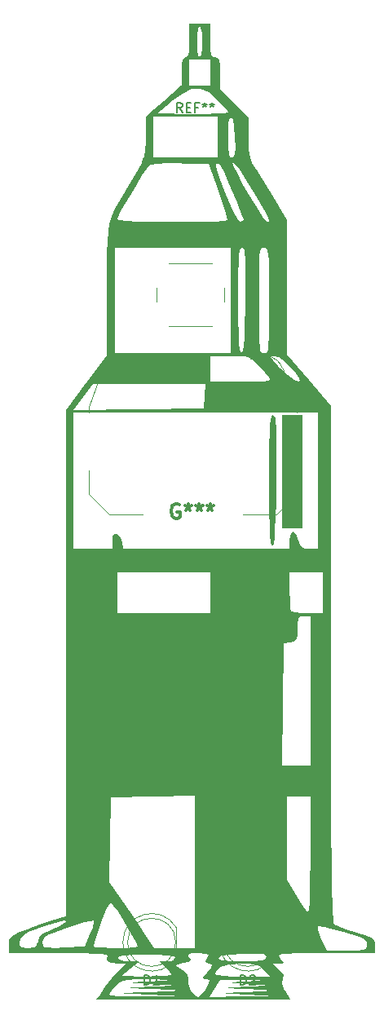
<source format=gbr>
%TF.GenerationSoftware,KiCad,Pcbnew,9.0.2*%
%TF.CreationDate,2025-07-02T03:30:09+03:00*%
%TF.ProjectId,solder submission,736f6c64-6572-4207-9375-626d69737369,rev?*%
%TF.SameCoordinates,Original*%
%TF.FileFunction,Legend,Top*%
%TF.FilePolarity,Positive*%
%FSLAX46Y46*%
G04 Gerber Fmt 4.6, Leading zero omitted, Abs format (unit mm)*
G04 Created by KiCad (PCBNEW 9.0.2) date 2025-07-02 03:30:09*
%MOMM*%
%LPD*%
G01*
G04 APERTURE LIST*
%ADD10C,0.150000*%
%ADD11C,0.300000*%
%ADD12C,0.000000*%
%ADD13C,0.120000*%
G04 APERTURE END LIST*
D10*
X120916666Y-63804819D02*
X120583333Y-63328628D01*
X120345238Y-63804819D02*
X120345238Y-62804819D01*
X120345238Y-62804819D02*
X120726190Y-62804819D01*
X120726190Y-62804819D02*
X120821428Y-62852438D01*
X120821428Y-62852438D02*
X120869047Y-62900057D01*
X120869047Y-62900057D02*
X120916666Y-62995295D01*
X120916666Y-62995295D02*
X120916666Y-63138152D01*
X120916666Y-63138152D02*
X120869047Y-63233390D01*
X120869047Y-63233390D02*
X120821428Y-63281009D01*
X120821428Y-63281009D02*
X120726190Y-63328628D01*
X120726190Y-63328628D02*
X120345238Y-63328628D01*
X121345238Y-63281009D02*
X121678571Y-63281009D01*
X121821428Y-63804819D02*
X121345238Y-63804819D01*
X121345238Y-63804819D02*
X121345238Y-62804819D01*
X121345238Y-62804819D02*
X121821428Y-62804819D01*
X122583333Y-63281009D02*
X122250000Y-63281009D01*
X122250000Y-63804819D02*
X122250000Y-62804819D01*
X122250000Y-62804819D02*
X122726190Y-62804819D01*
X123250000Y-62804819D02*
X123250000Y-63042914D01*
X123011905Y-62947676D02*
X123250000Y-63042914D01*
X123250000Y-63042914D02*
X123488095Y-62947676D01*
X123107143Y-63233390D02*
X123250000Y-63042914D01*
X123250000Y-63042914D02*
X123392857Y-63233390D01*
X124011905Y-62804819D02*
X124011905Y-63042914D01*
X123773810Y-62947676D02*
X124011905Y-63042914D01*
X124011905Y-63042914D02*
X124250000Y-62947676D01*
X123869048Y-63233390D02*
X124011905Y-63042914D01*
X124011905Y-63042914D02*
X124154762Y-63233390D01*
D11*
X120598572Y-104532757D02*
X120455715Y-104461328D01*
X120455715Y-104461328D02*
X120241429Y-104461328D01*
X120241429Y-104461328D02*
X120027143Y-104532757D01*
X120027143Y-104532757D02*
X119884286Y-104675614D01*
X119884286Y-104675614D02*
X119812857Y-104818471D01*
X119812857Y-104818471D02*
X119741429Y-105104185D01*
X119741429Y-105104185D02*
X119741429Y-105318471D01*
X119741429Y-105318471D02*
X119812857Y-105604185D01*
X119812857Y-105604185D02*
X119884286Y-105747042D01*
X119884286Y-105747042D02*
X120027143Y-105889900D01*
X120027143Y-105889900D02*
X120241429Y-105961328D01*
X120241429Y-105961328D02*
X120384286Y-105961328D01*
X120384286Y-105961328D02*
X120598572Y-105889900D01*
X120598572Y-105889900D02*
X120670000Y-105818471D01*
X120670000Y-105818471D02*
X120670000Y-105318471D01*
X120670000Y-105318471D02*
X120384286Y-105318471D01*
X121527143Y-104461328D02*
X121527143Y-104818471D01*
X121170000Y-104675614D02*
X121527143Y-104818471D01*
X121527143Y-104818471D02*
X121884286Y-104675614D01*
X121312857Y-105104185D02*
X121527143Y-104818471D01*
X121527143Y-104818471D02*
X121741429Y-105104185D01*
X122670000Y-104461328D02*
X122670000Y-104818471D01*
X122312857Y-104675614D02*
X122670000Y-104818471D01*
X122670000Y-104818471D02*
X123027143Y-104675614D01*
X122455714Y-105104185D02*
X122670000Y-104818471D01*
X122670000Y-104818471D02*
X122884286Y-105104185D01*
X123812857Y-104461328D02*
X123812857Y-104818471D01*
X123455714Y-104675614D02*
X123812857Y-104818471D01*
X123812857Y-104818471D02*
X124170000Y-104675614D01*
X123598571Y-105104185D02*
X123812857Y-104818471D01*
X123812857Y-104818471D02*
X124027143Y-105104185D01*
D10*
X116991905Y-154414819D02*
X116991905Y-153414819D01*
X116991905Y-153414819D02*
X117230000Y-153414819D01*
X117230000Y-153414819D02*
X117372857Y-153462438D01*
X117372857Y-153462438D02*
X117468095Y-153557676D01*
X117468095Y-153557676D02*
X117515714Y-153652914D01*
X117515714Y-153652914D02*
X117563333Y-153843390D01*
X117563333Y-153843390D02*
X117563333Y-153986247D01*
X117563333Y-153986247D02*
X117515714Y-154176723D01*
X117515714Y-154176723D02*
X117468095Y-154271961D01*
X117468095Y-154271961D02*
X117372857Y-154367200D01*
X117372857Y-154367200D02*
X117230000Y-154414819D01*
X117230000Y-154414819D02*
X116991905Y-154414819D01*
X118515714Y-154414819D02*
X117944286Y-154414819D01*
X118230000Y-154414819D02*
X118230000Y-153414819D01*
X118230000Y-153414819D02*
X118134762Y-153557676D01*
X118134762Y-153557676D02*
X118039524Y-153652914D01*
X118039524Y-153652914D02*
X117944286Y-153700533D01*
X126991905Y-154414819D02*
X126991905Y-153414819D01*
X126991905Y-153414819D02*
X127230000Y-153414819D01*
X127230000Y-153414819D02*
X127372857Y-153462438D01*
X127372857Y-153462438D02*
X127468095Y-153557676D01*
X127468095Y-153557676D02*
X127515714Y-153652914D01*
X127515714Y-153652914D02*
X127563333Y-153843390D01*
X127563333Y-153843390D02*
X127563333Y-153986247D01*
X127563333Y-153986247D02*
X127515714Y-154176723D01*
X127515714Y-154176723D02*
X127468095Y-154271961D01*
X127468095Y-154271961D02*
X127372857Y-154367200D01*
X127372857Y-154367200D02*
X127230000Y-154414819D01*
X127230000Y-154414819D02*
X126991905Y-154414819D01*
X127944286Y-153510057D02*
X127991905Y-153462438D01*
X127991905Y-153462438D02*
X128087143Y-153414819D01*
X128087143Y-153414819D02*
X128325238Y-153414819D01*
X128325238Y-153414819D02*
X128420476Y-153462438D01*
X128420476Y-153462438D02*
X128468095Y-153510057D01*
X128468095Y-153510057D02*
X128515714Y-153605295D01*
X128515714Y-153605295D02*
X128515714Y-153700533D01*
X128515714Y-153700533D02*
X128468095Y-153843390D01*
X128468095Y-153843390D02*
X127896667Y-154414819D01*
X127896667Y-154414819D02*
X128515714Y-154414819D01*
D12*
%TO.C,G\u002A\u002A\u002A*%
G36*
X133416842Y-101138789D02*
G01*
X133416842Y-107020894D01*
X132347368Y-107020894D01*
X131277894Y-107020894D01*
X131277894Y-101138789D01*
X131277894Y-95256684D01*
X132347368Y-95256684D01*
X133416842Y-95256684D01*
X133416842Y-101138789D01*
G37*
G36*
X130472149Y-95312470D02*
G01*
X130567332Y-95519200D01*
X130635177Y-95935931D01*
X130678618Y-96621722D01*
X130700587Y-97635628D01*
X130704018Y-99036708D01*
X130691844Y-100884020D01*
X130680906Y-101985589D01*
X130650837Y-104188581D01*
X130611073Y-105903423D01*
X130558856Y-107176658D01*
X130491424Y-108054829D01*
X130406018Y-108584479D01*
X130299877Y-108812150D01*
X130275263Y-108825765D01*
X130169087Y-108750697D01*
X130086453Y-108413966D01*
X130024944Y-107766892D01*
X129982142Y-106760795D01*
X129955628Y-105346994D01*
X129942986Y-103476809D01*
X129941052Y-102096859D01*
X129944477Y-99984581D01*
X129957058Y-98348635D01*
X129982259Y-97130644D01*
X130023540Y-96272233D01*
X130084364Y-95715027D01*
X130168193Y-95400650D01*
X130278488Y-95270727D01*
X130346696Y-95256684D01*
X130472149Y-95312470D01*
G37*
G36*
X123791578Y-56354578D02*
G01*
X123808244Y-57295099D01*
X123882481Y-57819462D01*
X124050643Y-58045826D01*
X124326315Y-58092473D01*
X124619588Y-58148427D01*
X124780991Y-58396225D01*
X124848686Y-58955769D01*
X124861052Y-59772659D01*
X124861052Y-61452845D01*
X126331578Y-62905105D01*
X127802105Y-64357364D01*
X127802105Y-66464171D01*
X127832289Y-67647620D01*
X127942669Y-68455023D01*
X128162987Y-69042687D01*
X128349171Y-69339262D01*
X128715785Y-69893372D01*
X129265676Y-70771411D01*
X129913173Y-71835130D01*
X130354434Y-72575227D01*
X131812631Y-75042909D01*
X131821768Y-82008217D01*
X131830905Y-88973526D01*
X134094400Y-91637103D01*
X136357894Y-94300680D01*
X136357894Y-121081733D01*
X136359181Y-125640103D01*
X136363258Y-129689829D01*
X136370445Y-133256996D01*
X136381066Y-136367692D01*
X136395444Y-139048002D01*
X136413899Y-141324014D01*
X136436755Y-143221814D01*
X136464333Y-144767488D01*
X136496957Y-145987122D01*
X136534948Y-146906804D01*
X136578628Y-147552619D01*
X136628320Y-147950655D01*
X136684346Y-148126998D01*
X136692105Y-148134993D01*
X137100285Y-148340030D01*
X137867555Y-148628818D01*
X138837466Y-148943106D01*
X138964736Y-148981158D01*
X139951296Y-149286572D01*
X140530141Y-149527269D01*
X140809410Y-149779384D01*
X140897239Y-150119051D01*
X140903157Y-150345900D01*
X140903157Y-151136684D01*
X135781719Y-151136684D01*
X134011950Y-151138003D01*
X132713075Y-151146871D01*
X131821249Y-151170647D01*
X131272628Y-151216694D01*
X131003368Y-151292373D01*
X130949626Y-151405047D01*
X131047557Y-151562076D01*
X131144210Y-151671420D01*
X131461677Y-152058553D01*
X131377960Y-152191531D01*
X131005358Y-152206157D01*
X130382577Y-152206157D01*
X131013852Y-152878119D01*
X131418782Y-153424734D01*
X131398706Y-153789202D01*
X131353341Y-153841869D01*
X131240686Y-154211396D01*
X131477235Y-154829481D01*
X131597186Y-155041485D01*
X132132818Y-155949315D01*
X122075659Y-155949315D01*
X112018500Y-155949315D01*
X112359478Y-155453620D01*
X113364210Y-155453620D01*
X113615681Y-155531390D01*
X114306915Y-155590061D01*
X115343140Y-155625311D01*
X116629587Y-155632820D01*
X117174210Y-155627360D01*
X120984210Y-155572773D01*
X117508420Y-155414578D01*
X114032631Y-155256383D01*
X117508420Y-155148466D01*
X120984210Y-155040548D01*
X117909473Y-154879841D01*
X114834736Y-154719135D01*
X117642105Y-154614023D01*
X120449473Y-154508912D01*
X117775789Y-154350803D01*
X115102105Y-154192694D01*
X117508420Y-154056511D01*
X119914736Y-153920328D01*
X117295128Y-153865348D01*
X116083939Y-153847497D01*
X115282400Y-153871706D01*
X114765701Y-153962839D01*
X114409029Y-154145760D01*
X114087574Y-154445333D01*
X114019864Y-154517831D01*
X113584693Y-155045294D01*
X113369229Y-155419983D01*
X113364210Y-155453620D01*
X112359478Y-155453620D01*
X112949380Y-154596054D01*
X113559304Y-153771583D01*
X114156288Y-153064188D01*
X114491182Y-152733370D01*
X115102105Y-152223947D01*
X114388709Y-152215052D01*
X113482268Y-152125397D01*
X113042818Y-151894776D01*
X113087381Y-151604578D01*
X114233157Y-151604578D01*
X114354930Y-151833024D01*
X114944621Y-151936642D01*
X115280350Y-151945981D01*
X116438947Y-151953174D01*
X115503157Y-152740894D01*
X114567368Y-153528614D01*
X117174210Y-153535807D01*
X118281179Y-153521408D01*
X119154730Y-153476831D01*
X119680254Y-153409818D01*
X119781052Y-153359705D01*
X119615621Y-153055866D01*
X119215963Y-152574973D01*
X119199709Y-152557600D01*
X119027009Y-152373769D01*
X120182354Y-152373769D01*
X120924329Y-152859929D01*
X121458423Y-153356984D01*
X121511634Y-153833409D01*
X121540551Y-154374115D01*
X121815118Y-155004837D01*
X122213276Y-155510672D01*
X122561524Y-155681947D01*
X123739066Y-155681947D01*
X127174270Y-155629095D01*
X130609473Y-155576243D01*
X127668420Y-155414578D01*
X124727368Y-155252913D01*
X127534736Y-155148281D01*
X130342105Y-155043649D01*
X127668420Y-154879841D01*
X124994736Y-154716034D01*
X127534736Y-154614442D01*
X130074736Y-154512850D01*
X127802105Y-154351648D01*
X125529473Y-154190445D01*
X127534736Y-154047845D01*
X129539999Y-153905244D01*
X127188814Y-153924648D01*
X124837629Y-153944052D01*
X124288347Y-154812999D01*
X123739066Y-155681947D01*
X122561524Y-155681947D01*
X122898274Y-155472514D01*
X123298277Y-154962578D01*
X123332879Y-154905431D01*
X123690509Y-154248071D01*
X123748262Y-153921848D01*
X123507255Y-153815921D01*
X123343920Y-153810368D01*
X123089461Y-153753868D01*
X123191694Y-153514121D01*
X123366353Y-153317070D01*
X124326315Y-153317070D01*
X124575386Y-153409116D01*
X125249575Y-153483086D01*
X126239345Y-153530307D01*
X127180290Y-153542999D01*
X130034264Y-153542999D01*
X129406315Y-152874578D01*
X128983206Y-152501476D01*
X128489900Y-152298756D01*
X127752668Y-152217318D01*
X127041288Y-152206157D01*
X125772011Y-152308324D01*
X124865976Y-152597569D01*
X124386437Y-153048010D01*
X124326315Y-153317070D01*
X123366353Y-153317070D01*
X123477604Y-153191557D01*
X123952305Y-152609656D01*
X124005628Y-152297246D01*
X123657894Y-152206157D01*
X123293827Y-152066130D01*
X123377134Y-151695232D01*
X123453618Y-151604578D01*
X124659872Y-151604578D01*
X124744512Y-151767645D01*
X125172456Y-151871603D01*
X126010247Y-151925522D01*
X127111403Y-151938789D01*
X128323390Y-151925331D01*
X129092142Y-151875221D01*
X129508705Y-151773851D01*
X129664126Y-151606614D01*
X129673684Y-151527703D01*
X129595577Y-151333052D01*
X129298405Y-151218907D01*
X128687892Y-151172415D01*
X127669760Y-151180724D01*
X127222153Y-151193492D01*
X125865586Y-151269825D01*
X125021005Y-151399444D01*
X124668002Y-151585625D01*
X124659872Y-151604578D01*
X123453618Y-151604578D01*
X123577684Y-151457526D01*
X123659654Y-151262426D01*
X123354078Y-151163574D01*
X122609156Y-151136684D01*
X121855126Y-151159090D01*
X121543441Y-151250731D01*
X121582703Y-151448236D01*
X121641615Y-151524463D01*
X121774058Y-151808717D01*
X121520452Y-152007083D01*
X121072899Y-152143005D01*
X120182354Y-152373769D01*
X119027009Y-152373769D01*
X118618366Y-151938789D01*
X119489358Y-151938789D01*
X120118660Y-151852592D01*
X120248947Y-151604578D01*
X120009124Y-151441734D01*
X119382688Y-151335998D01*
X118315800Y-151281388D01*
X117241052Y-151270368D01*
X115822601Y-151291776D01*
X114883486Y-151359991D01*
X114369865Y-151480993D01*
X114233157Y-151604578D01*
X113087381Y-151604578D01*
X113097543Y-151538402D01*
X113122755Y-151506512D01*
X113159613Y-151378246D01*
X112987585Y-151282684D01*
X112546569Y-151215325D01*
X111776464Y-151171671D01*
X110617170Y-151147221D01*
X109008584Y-151137475D01*
X108183264Y-151136684D01*
X102936842Y-151136684D01*
X102936842Y-150367185D01*
X104052268Y-150367185D01*
X104296074Y-150564069D01*
X104906586Y-150601947D01*
X105550305Y-150545386D01*
X105838229Y-150295309D01*
X105906291Y-149987965D01*
X106412631Y-149987965D01*
X106435621Y-150298973D01*
X106576253Y-150482384D01*
X106942021Y-150565488D01*
X107640418Y-150575578D01*
X108610256Y-150545918D01*
X110807881Y-150468262D01*
X110828953Y-150417341D01*
X111759999Y-150417341D01*
X112006866Y-150500766D01*
X112665635Y-150564568D01*
X113613559Y-150598779D01*
X114032631Y-150601947D01*
X115059505Y-150580167D01*
X115844702Y-150522046D01*
X116265539Y-150438413D01*
X116304416Y-150401420D01*
X116168590Y-150053961D01*
X115814522Y-149398079D01*
X115320402Y-148559322D01*
X114764426Y-147663235D01*
X114224784Y-146835366D01*
X113779672Y-146201263D01*
X113507281Y-145886471D01*
X113484670Y-145874030D01*
X113315116Y-146074063D01*
X113034927Y-146649322D01*
X112695153Y-147465326D01*
X112346846Y-148387594D01*
X112041053Y-149281643D01*
X111828827Y-150012993D01*
X111759999Y-150417341D01*
X110828953Y-150417341D01*
X111331980Y-149201741D01*
X111599294Y-148451770D01*
X111711283Y-147915018D01*
X111685334Y-147764474D01*
X111376706Y-147774497D01*
X110680887Y-147937894D01*
X109713010Y-148224693D01*
X108963610Y-148473043D01*
X107794010Y-148889326D01*
X107044842Y-149201988D01*
X106625501Y-149464837D01*
X106445380Y-149731680D01*
X106412631Y-149987965D01*
X105906291Y-149987965D01*
X105926977Y-149894553D01*
X106071262Y-149437324D01*
X106457986Y-149085338D01*
X107213455Y-148733447D01*
X107415263Y-148655588D01*
X108181611Y-148324622D01*
X108691453Y-148026352D01*
X108818947Y-147874439D01*
X108797144Y-147765393D01*
X108674180Y-147729639D01*
X108363722Y-147788147D01*
X107779438Y-147961888D01*
X106834994Y-148271835D01*
X105922198Y-148578096D01*
X104967304Y-148924190D01*
X104413739Y-149213214D01*
X104146223Y-149526163D01*
X104055398Y-149889767D01*
X104052268Y-150367185D01*
X102936842Y-150367185D01*
X102936842Y-150226180D01*
X102955989Y-149788674D01*
X103077944Y-149476985D01*
X103399473Y-149217324D01*
X104017343Y-148935903D01*
X105028322Y-148558933D01*
X105209139Y-148493463D01*
X106310745Y-148102939D01*
X107291249Y-147769717D01*
X107990863Y-147547586D01*
X108150192Y-147503403D01*
X108818947Y-147335556D01*
X108818947Y-143753567D01*
X113350469Y-143753567D01*
X115682193Y-147177757D01*
X118013917Y-150601947D01*
X120100642Y-150601947D01*
X122187368Y-150601947D01*
X122187368Y-148643422D01*
X134969559Y-148643422D01*
X135159807Y-149246718D01*
X135350266Y-149676641D01*
X135929712Y-150869315D01*
X138015382Y-150869315D01*
X139060944Y-150860354D01*
X139682018Y-150811728D01*
X139988810Y-150690824D01*
X140091522Y-150465032D01*
X140101052Y-150252106D01*
X140047798Y-149947294D01*
X139824978Y-149700122D01*
X139338007Y-149459254D01*
X138492300Y-149173351D01*
X137654616Y-148924280D01*
X136575947Y-148630583D01*
X135690596Y-148426122D01*
X135122641Y-148337689D01*
X134989501Y-148348815D01*
X134969559Y-148643422D01*
X122187368Y-148643422D01*
X122187368Y-143528850D01*
X131812631Y-143528850D01*
X132797584Y-145193819D01*
X133306721Y-146007150D01*
X133731323Y-146600187D01*
X133987043Y-146856209D01*
X134000742Y-146858789D01*
X134063457Y-146604006D01*
X134119124Y-145889963D01*
X134165006Y-144792121D01*
X134198368Y-143385939D01*
X134216471Y-141746877D01*
X134218947Y-140842999D01*
X134218947Y-134827210D01*
X133015789Y-134827210D01*
X131812631Y-134827210D01*
X131812631Y-139178030D01*
X131812631Y-143528850D01*
X122187368Y-143528850D01*
X122187368Y-142707955D01*
X122187368Y-139178030D01*
X122187368Y-134813964D01*
X117842631Y-134887429D01*
X113497894Y-134960894D01*
X113424182Y-139357231D01*
X113350469Y-143753567D01*
X108818947Y-143753567D01*
X108818947Y-131618789D01*
X131268216Y-131618789D01*
X132743581Y-131618789D01*
X134218947Y-131618789D01*
X134218947Y-123865105D01*
X134218947Y-116111420D01*
X133550526Y-116111420D01*
X133151848Y-116155542D01*
X132954204Y-116379626D01*
X132887877Y-116921252D01*
X132882105Y-117430503D01*
X132859054Y-118220525D01*
X132738311Y-118623931D01*
X132442491Y-118788456D01*
X132146842Y-118834187D01*
X131411578Y-118918789D01*
X131339897Y-125268789D01*
X131268216Y-131618789D01*
X108818947Y-131618789D01*
X108818947Y-121020994D01*
X108818947Y-115844052D01*
X114166315Y-115844052D01*
X118978947Y-115844052D01*
X123791578Y-115844052D01*
X123791578Y-113705105D01*
X123791578Y-113526859D01*
X123791578Y-111566157D01*
X132079999Y-111566157D01*
X132079999Y-113526859D01*
X132102737Y-114504897D01*
X132162693Y-115262649D01*
X132247480Y-115651479D01*
X132258245Y-115665806D01*
X132603073Y-115762051D01*
X133310901Y-115826771D01*
X133996140Y-115844052D01*
X135555789Y-115844052D01*
X135555789Y-113705105D01*
X135555789Y-111566157D01*
X133817894Y-111566157D01*
X132079999Y-111566157D01*
X123791578Y-111566157D01*
X118978947Y-111566157D01*
X114166315Y-111566157D01*
X114166315Y-113705105D01*
X114166315Y-115844052D01*
X108818947Y-115844052D01*
X108818947Y-113705105D01*
X108818947Y-109159841D01*
X109621052Y-109159841D01*
X111626315Y-109159841D01*
X113631578Y-109159841D01*
X113631578Y-108338132D01*
X113701237Y-107760237D01*
X113958720Y-107590575D01*
X114099473Y-107605155D01*
X114498230Y-107928127D01*
X114651969Y-108426864D01*
X114736571Y-109159841D01*
X123408285Y-109159841D01*
X132079999Y-109159841D01*
X132079999Y-108201771D01*
X132176166Y-107536424D01*
X132415383Y-107351281D01*
X132723724Y-107637808D01*
X133004238Y-108308462D01*
X133264698Y-108904929D01*
X133689252Y-109132479D01*
X134140553Y-109159841D01*
X135021052Y-109159841D01*
X135021052Y-102074578D01*
X135021052Y-94989315D01*
X122321052Y-94989315D01*
X109621052Y-94989315D01*
X109621052Y-102074578D01*
X109621052Y-109159841D01*
X108818947Y-109159841D01*
X108818947Y-102074578D01*
X108818947Y-94731165D01*
X109603801Y-94731165D01*
X116363479Y-94659714D01*
X123123157Y-94588262D01*
X123204649Y-93318262D01*
X123286140Y-92048262D01*
X117446457Y-92048262D01*
X111606773Y-92048262D01*
X110605287Y-93389714D01*
X109603801Y-94731165D01*
X108818947Y-94731165D01*
X108818947Y-94706433D01*
X110957894Y-91865434D01*
X111021543Y-91780894D01*
X123791578Y-91780894D01*
X127032737Y-91780894D01*
X128387980Y-91776132D01*
X129286088Y-91753468D01*
X129804633Y-91700334D01*
X130021190Y-91604164D01*
X130013334Y-91452389D01*
X129920895Y-91312999D01*
X129517557Y-90822033D01*
X128944722Y-90171578D01*
X128766234Y-89976157D01*
X128332836Y-89538176D01*
X127930807Y-89279274D01*
X127841362Y-89257745D01*
X130099466Y-89257745D01*
X130309014Y-89567196D01*
X130846460Y-90140576D01*
X131144210Y-90444052D01*
X131871426Y-91114338D01*
X132519750Y-91594057D01*
X132950538Y-91780845D01*
X132954811Y-91780894D01*
X133159498Y-91705377D01*
X133080645Y-91430297D01*
X132683765Y-90882860D01*
X132321430Y-90444052D01*
X131535735Y-89610860D01*
X130910107Y-89190077D01*
X130510829Y-89107210D01*
X130179507Y-89131368D01*
X130099466Y-89257745D01*
X127841362Y-89257745D01*
X127404056Y-89152487D01*
X126596494Y-89110855D01*
X125878077Y-89107210D01*
X123791578Y-89107210D01*
X123791578Y-90444052D01*
X123791578Y-91780894D01*
X111021543Y-91780894D01*
X112028032Y-90444052D01*
X113096841Y-89024435D01*
X113096841Y-88839841D01*
X113898947Y-88839841D01*
X119914736Y-88839841D01*
X125930526Y-88839841D01*
X125930526Y-83381069D01*
X126732631Y-83381069D01*
X126739589Y-85305273D01*
X126762658Y-86748017D01*
X126805132Y-87762425D01*
X126870302Y-88401621D01*
X126961461Y-88718728D01*
X127066842Y-88773195D01*
X127190370Y-88585403D01*
X127287779Y-88080927D01*
X127362706Y-87210556D01*
X127418786Y-85925078D01*
X127459655Y-84175285D01*
X127472077Y-83358789D01*
X128871578Y-83358789D01*
X128873592Y-85200701D01*
X128884062Y-86575944D01*
X128909626Y-87552585D01*
X128956927Y-88198689D01*
X129032605Y-88582322D01*
X129143300Y-88771548D01*
X129295653Y-88834435D01*
X129406315Y-88839841D01*
X129586014Y-88819197D01*
X129720184Y-88711888D01*
X129815466Y-88449849D01*
X129878501Y-87965013D01*
X129915928Y-87189315D01*
X129934389Y-86054691D01*
X129940525Y-84493073D01*
X129941052Y-83358789D01*
X129939038Y-81516877D01*
X129928569Y-80141633D01*
X129903004Y-79164992D01*
X129855703Y-78518888D01*
X129780025Y-78135256D01*
X129669330Y-77946029D01*
X129516977Y-77883143D01*
X129406315Y-77877736D01*
X129226616Y-77898380D01*
X129092446Y-78005689D01*
X128997164Y-78267729D01*
X128934130Y-78752565D01*
X128896702Y-79528262D01*
X128878241Y-80662887D01*
X128872106Y-82224505D01*
X128871578Y-83358789D01*
X127472077Y-83358789D01*
X127473430Y-83269861D01*
X127493781Y-81422313D01*
X127495637Y-80043595D01*
X127474926Y-79067994D01*
X127427575Y-78429798D01*
X127349511Y-78063295D01*
X127236661Y-77902771D01*
X127139220Y-77877736D01*
X127000948Y-77939205D01*
X126897396Y-78166784D01*
X126823778Y-78625227D01*
X126775309Y-79379292D01*
X126747207Y-80493735D01*
X126734686Y-82033310D01*
X126732631Y-83381069D01*
X125930526Y-83381069D01*
X125930526Y-83358789D01*
X125930526Y-77877736D01*
X119914736Y-77877736D01*
X113898947Y-77877736D01*
X113898947Y-83358789D01*
X113898947Y-88839841D01*
X113096841Y-88839841D01*
X113096842Y-83358789D01*
X113096842Y-82237276D01*
X113094026Y-80139623D01*
X113098922Y-78487539D01*
X113131541Y-77191996D01*
X113211893Y-76163969D01*
X113359991Y-75314430D01*
X113483595Y-74916098D01*
X114166315Y-74916098D01*
X114399533Y-75024172D01*
X115109162Y-75106234D01*
X116310162Y-75163033D01*
X118017493Y-75195320D01*
X119914736Y-75204052D01*
X121601861Y-75195179D01*
X123091923Y-75170355D01*
X124307991Y-75132269D01*
X125173134Y-75083612D01*
X125610421Y-75027075D01*
X125648385Y-75003526D01*
X125557698Y-74684475D01*
X125323131Y-73972943D01*
X124981935Y-72979572D01*
X124635684Y-71995631D01*
X123637756Y-69188262D01*
X121019295Y-69119302D01*
X124439837Y-69119302D01*
X124446251Y-69440919D01*
X124633902Y-70125645D01*
X124954446Y-71054255D01*
X125359538Y-72107523D01*
X125800833Y-73166224D01*
X126229987Y-74111130D01*
X126598654Y-74823018D01*
X126858489Y-75182662D01*
X126907150Y-75204052D01*
X127236073Y-75056766D01*
X127267368Y-74955871D01*
X127165614Y-74602547D01*
X126896439Y-73889815D01*
X126513974Y-72944947D01*
X126072349Y-71895217D01*
X125625695Y-70867896D01*
X125228143Y-69990258D01*
X124933823Y-69389575D01*
X124821915Y-69206087D01*
X124515258Y-69076999D01*
X124439837Y-69119302D01*
X121019295Y-69119302D01*
X120745412Y-69112089D01*
X119327139Y-69103031D01*
X118262562Y-69155341D01*
X117625979Y-69264174D01*
X117506777Y-69323311D01*
X117221665Y-69672902D01*
X116760238Y-70355679D01*
X116191929Y-71255387D01*
X115586176Y-72255775D01*
X115012414Y-73240588D01*
X114540077Y-74093574D01*
X114238603Y-74698480D01*
X114166315Y-74916098D01*
X113483595Y-74916098D01*
X113595847Y-74554352D01*
X113939471Y-73794710D01*
X114410875Y-72946476D01*
X115030072Y-71920623D01*
X115640863Y-70919525D01*
X116293687Y-69828374D01*
X116716739Y-69039443D01*
X116728294Y-69009010D01*
X126147457Y-69009010D01*
X126239941Y-69362508D01*
X126584528Y-70100251D01*
X127172281Y-71198242D01*
X127739723Y-72196157D01*
X128619240Y-73668101D01*
X129273733Y-74659132D01*
X129705559Y-75172323D01*
X129917075Y-75210745D01*
X129941052Y-75065730D01*
X129812623Y-74755378D01*
X129471691Y-74104017D01*
X128984789Y-73226797D01*
X128418450Y-72238869D01*
X127839207Y-71255384D01*
X127313593Y-70391492D01*
X126908140Y-69762344D01*
X126754547Y-69550736D01*
X126316014Y-69063754D01*
X126147457Y-69009010D01*
X116728294Y-69009010D01*
X116914019Y-68519841D01*
X117909473Y-68519841D01*
X121251578Y-68519841D01*
X124593684Y-68519841D01*
X124593684Y-66380894D01*
X124593684Y-66358613D01*
X125663157Y-66358613D01*
X125680751Y-67457059D01*
X125745879Y-68118636D01*
X125877061Y-68440425D01*
X126075457Y-68519841D01*
X126284942Y-68434694D01*
X126398663Y-68111683D01*
X126433138Y-67449454D01*
X126409667Y-66469194D01*
X126318686Y-65246023D01*
X126159856Y-64517554D01*
X125997368Y-64307965D01*
X125822124Y-64397145D01*
X125716182Y-64850980D01*
X125668546Y-65736933D01*
X125663157Y-66358613D01*
X124593684Y-66358613D01*
X124593684Y-64241947D01*
X121251578Y-64241947D01*
X117909473Y-64241947D01*
X117909473Y-66380894D01*
X117909473Y-68519841D01*
X116914019Y-68519841D01*
X116959847Y-68399137D01*
X117072841Y-67753859D01*
X117105548Y-66950014D01*
X117107368Y-66399028D01*
X117107368Y-66380894D01*
X117107368Y-64297016D01*
X117495573Y-63952846D01*
X118310526Y-63952846D01*
X121986842Y-63963712D01*
X123319194Y-63954637D01*
X124436211Y-63922232D01*
X125241373Y-63871210D01*
X125638163Y-63806286D01*
X125663157Y-63784172D01*
X125489862Y-63506383D01*
X125040120Y-62979076D01*
X124538015Y-62447330D01*
X123654983Y-61694743D01*
X122810629Y-61336553D01*
X121925716Y-61383031D01*
X120921003Y-61844448D01*
X119717251Y-62731072D01*
X119246315Y-63133174D01*
X118310526Y-63952846D01*
X117495573Y-63952846D01*
X118978947Y-62637736D01*
X120788410Y-61033526D01*
X121652631Y-61033526D01*
X122722105Y-61033526D01*
X123791578Y-61033526D01*
X123791578Y-59696684D01*
X123791578Y-58359841D01*
X122722105Y-58359841D01*
X121652631Y-58359841D01*
X121652631Y-59696684D01*
X121652631Y-61033526D01*
X120788410Y-61033526D01*
X120850526Y-60978456D01*
X120850526Y-59696684D01*
X120850526Y-59535464D01*
X120887795Y-58658028D01*
X121018248Y-58210704D01*
X121251578Y-58092473D01*
X121476535Y-57976450D01*
X121601566Y-57561877D01*
X121649694Y-56748994D01*
X121651636Y-56488262D01*
X122454736Y-56488262D01*
X122495325Y-57342757D01*
X122601359Y-57922074D01*
X122722105Y-58092473D01*
X122864520Y-57848938D01*
X122961073Y-57212739D01*
X122989473Y-56488262D01*
X122948884Y-55633768D01*
X122842851Y-55054451D01*
X122722105Y-54884052D01*
X122579689Y-55127587D01*
X122483136Y-55763786D01*
X122454736Y-56488262D01*
X121651636Y-56488262D01*
X121652631Y-56354578D01*
X121652631Y-54616684D01*
X122722105Y-54616684D01*
X123791578Y-54616684D01*
X123791578Y-56354578D01*
G37*
D13*
%TO.C,BT1*%
X111220000Y-94370000D02*
X112660000Y-90420000D01*
X111220000Y-95000000D02*
X111220000Y-94370000D01*
X111220000Y-103460000D02*
X111220000Y-101000000D01*
X113300000Y-105540000D02*
X111220000Y-103460000D01*
X113300000Y-105540000D02*
X116800000Y-105540000D01*
X127200000Y-105540000D02*
X130700000Y-105540000D01*
X130700000Y-105540000D02*
X132780000Y-103460000D01*
X132780000Y-94370000D02*
X131340000Y-90420000D01*
X132780000Y-95000000D02*
X132780000Y-94370000D01*
X132780000Y-103460000D02*
X132780000Y-101000000D01*
X112674757Y-90411831D02*
G75*
G02*
X116000000Y-89450000I2015243J-738169D01*
G01*
X128003354Y-89433470D02*
G75*
G02*
X131340000Y-90420000I1306646J-1716531D01*
G01*
%TO.C,D1*%
X120290000Y-151545000D02*
X120290000Y-148455000D01*
X114740000Y-150000000D02*
G75*
G02*
X120290000Y-148455170I2990000J0D01*
G01*
X120290000Y-151544830D02*
G75*
G02*
X114740000Y-150000000I-2560000J1544830D01*
G01*
X120230000Y-150000000D02*
G75*
G02*
X115230000Y-150000000I-2500000J0D01*
G01*
X115230000Y-150000000D02*
G75*
G02*
X120230000Y-150000000I2500000J0D01*
G01*
%TO.C,SW1*%
X118250000Y-82000000D02*
X118250000Y-83500000D01*
X119500000Y-86000000D02*
X124000000Y-86000000D01*
X124000000Y-79500000D02*
X119500000Y-79500000D01*
X125250000Y-83500000D02*
X125250000Y-82000000D01*
%TO.C,D2*%
X130290000Y-151545000D02*
X130290000Y-148455000D01*
X124740000Y-150000000D02*
G75*
G02*
X130290000Y-148455170I2990000J0D01*
G01*
X130290000Y-151544830D02*
G75*
G02*
X124740000Y-150000000I-2560000J1544830D01*
G01*
X130230000Y-150000000D02*
G75*
G02*
X125230000Y-150000000I-2500000J0D01*
G01*
X125230000Y-150000000D02*
G75*
G02*
X130230000Y-150000000I2500000J0D01*
G01*
%TD*%
M02*

</source>
